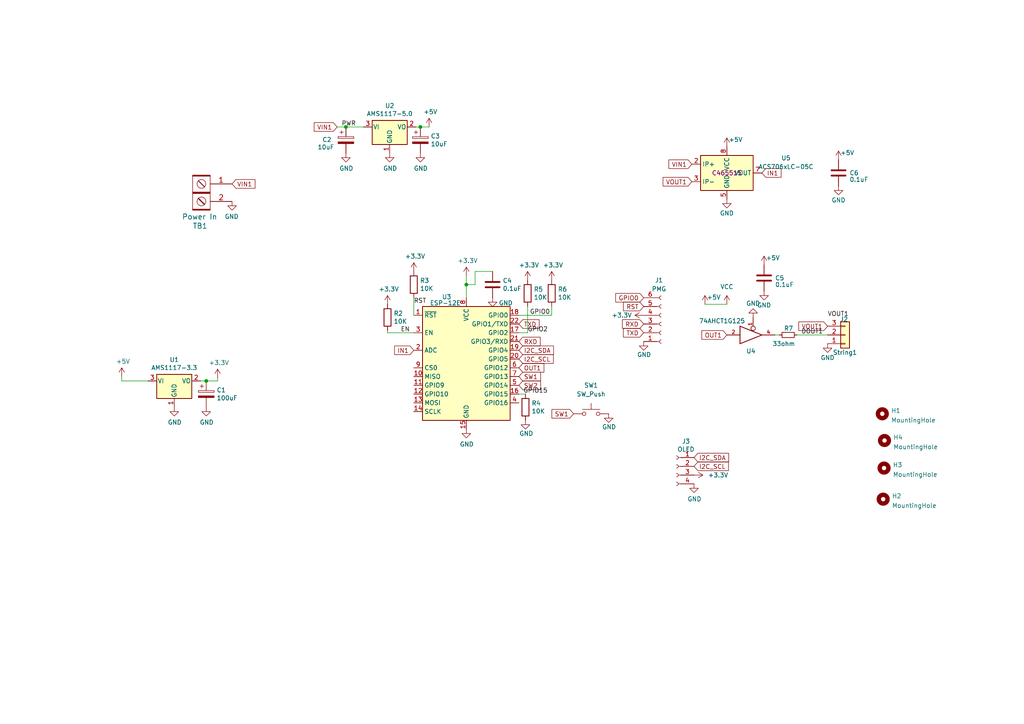
<source format=kicad_sch>
(kicad_sch (version 20211123) (generator eeschema)
  (paper "A4")
  (title_block (title "Adv Pixel Tester") (date "2022-12-09") (rev "v1"))
  (lib_symbols
    (symbol "74xGxx:74AHCT1G125" (pin_names (offset 1.016))
      (property "Reference" "U" (at -2.54 3.81 0))
      (property "Value" "74AHCT1G125" (at 0 -3.81 0))
      (symbol "74AHCT1G125_0_1"
        (polyline (pts (xy -3.81 2.54) (xy -3.81 -2.54) (xy 2.54 0) (xy -3.81 2.54)) (stroke (width 0.254)))
      )
      (symbol "74AHCT1G125_1_1"
        (pin input inverted (at 0 5.08 270) (length 3.81) (name "~") (number "1"))
        (pin input line (at -7.62 0 0) (length 3.81) (name "~") (number "2"))
        (pin power_in line (at 1.27 -1.27 270) (length 0) hide (name "GND") (number "3"))
        (pin tri_state line (at 6.35 0 180) (length 3.81) (name "~") (number "4"))
        (pin power_in line (at 1.27 1.27 90) (length 0) hide (name "VCC") (number "5"))
      )
    )
    (symbol "Barrier_Blocks:BARRIER_BLOCK_1ROW_2POS" (pin_names (offset 1.016) hide)
      (property "Reference" "TB" (at 0.127 -6.731 0))
      (property "Value" "Barrier_Blocks_BARRIER_BLOCK_1ROW_2POS" (at 0.254 6.35 0))
      (symbol "BARRIER_BLOCK_1ROW_2POS_0_1"
        (rectangle (start -2.54 5.08) (end 2.54 -5.08))
        (circle (center 0 -2.54) (radius 1.27))
        (polyline (pts (xy -2.54 -4.699) (xy -2.54 -5.08) (xy 2.54 -5.08) (xy 2.54 -4.699)) (fill (type outline)))
        (polyline (pts (xy -2.54 0.254) (xy -2.54 -0.254) (xy 2.54 -0.254) (xy 2.54 0.254)) (fill (type outline)))
        (polyline (pts (xy -2.54 4.699) (xy -2.54 5.08) (xy 2.54 5.08) (xy 2.54 4.699)) (fill (type outline)))
        (polyline (pts (xy -0.8382 -3.5052) (xy -0.9652 -3.3782) (xy 0.8128 -1.6002) (xy 0.9652 -1.7018) (xy -0.8382 -3.5052)) (fill (type outline)))
        (polyline (pts (xy -0.8382 1.5748) (xy -0.9652 1.6764) (xy -0.0508 2.5908) (xy 0.8382 3.4798) (xy 0.9652 3.3528) (xy 0.9652 3.3528)) (fill (type outline)))
        (circle (center 0 2.54) (radius 1.27))
      )
      (symbol "BARRIER_BLOCK_1ROW_2POS_1_1"
        (pin passive line (at -8.89 2.54 0) (length 6.35) (name "P1") (number "1"))
        (pin passive line (at -8.89 -2.54 0) (length 6.35) (name "P2") (number "2"))
      )
    )
    (symbol "Connector:Conn_01x04_Female" (pin_names (offset 1.016) hide)
      (property "Reference" "J" (at 0 5.08 0))
      (property "Value" "Conn_01x04_Female" (at 0 -7.62 0))
      (symbol "Conn_01x04_Female_1_1"
        (arc (start 0 -4.572) (mid -0.508 -5.08) (end 0 -5.588) (stroke (width 0.1524)))
        (arc (start 0 -2.032) (mid -0.508 -2.54) (end 0 -3.048) (stroke (width 0.1524)))
        (polyline (pts (xy -1.27 -5.08) (xy -0.508 -5.08)) (stroke (width 0.1524)))
        (polyline (pts (xy -1.27 -2.54) (xy -0.508 -2.54)) (stroke (width 0.1524)))
        (polyline (pts (xy -1.27 0) (xy -0.508 0)) (stroke (width 0.1524)))
        (polyline (pts (xy -1.27 2.54) (xy -0.508 2.54)) (stroke (width 0.1524)))
        (arc (start 0 0.508) (mid -0.508 0) (end 0 -0.508) (stroke (width 0.1524)))
        (arc (start 0 3.048) (mid -0.508 2.54) (end 0 2.032) (stroke (width 0.1524)))
        (pin passive line (at -5.08 2.54 0) (length 3.81) (name "Pin_1") (number "1"))
        (pin passive line (at -5.08 0 0) (length 3.81) (name "Pin_2") (number "2"))
        (pin passive line (at -5.08 -2.54 0) (length 3.81) (name "Pin_3") (number "3"))
        (pin passive line (at -5.08 -5.08 0) (length 3.81) (name "Pin_4") (number "4"))
      )
    )
    (symbol "Connector:Conn_01x06_Female" (pin_names (offset 1.016) hide)
      (property "Reference" "J" (at 0 7.62 0))
      (property "Value" "Conn_01x06_Female" (at 0 -10.16 0))
      (symbol "Conn_01x06_Female_1_1"
        (arc (start 0 -7.112) (mid -0.508 -7.62) (end 0 -8.128) (stroke (width 0.1524)))
        (arc (start 0 -4.572) (mid -0.508 -5.08) (end 0 -5.588) (stroke (width 0.1524)))
        (arc (start 0 -2.032) (mid -0.508 -2.54) (end 0 -3.048) (stroke (width 0.1524)))
        (polyline (pts (xy -1.27 -7.62) (xy -0.508 -7.62)) (stroke (width 0.1524)))
        (polyline (pts (xy -1.27 -5.08) (xy -0.508 -5.08)) (stroke (width 0.1524)))
        (polyline (pts (xy -1.27 -2.54) (xy -0.508 -2.54)) (stroke (width 0.1524)))
        (polyline (pts (xy -1.27 0) (xy -0.508 0)) (stroke (width 0.1524)))
        (polyline (pts (xy -1.27 2.54) (xy -0.508 2.54)) (stroke (width 0.1524)))
        (polyline (pts (xy -1.27 5.08) (xy -0.508 5.08)) (stroke (width 0.1524)))
        (arc (start 0 0.508) (mid -0.508 0) (end 0 -0.508) (stroke (width 0.1524)))
        (arc (start 0 3.048) (mid -0.508 2.54) (end 0 2.032) (stroke (width 0.1524)))
        (arc (start 0 5.588) (mid -0.508 5.08) (end 0 4.572) (stroke (width 0.1524)))
        (pin passive line (at -5.08 5.08 0) (length 3.81) (name "Pin_1") (number "1"))
        (pin passive line (at -5.08 2.54 0) (length 3.81) (name "Pin_2") (number "2"))
        (pin passive line (at -5.08 0 0) (length 3.81) (name "Pin_3") (number "3"))
        (pin passive line (at -5.08 -2.54 0) (length 3.81) (name "Pin_4") (number "4"))
        (pin passive line (at -5.08 -5.08 0) (length 3.81) (name "Pin_5") (number "5"))
        (pin passive line (at -5.08 -7.62 0) (length 3.81) (name "Pin_6") (number "6"))
      )
    )
    (symbol "Connector_Generic:Conn_01x03" (pin_names (offset 1.016) hide)
      (property "Reference" "J" (at 0 5.08 0))
      (property "Value" "Conn_01x03" (at 0 -5.08 0))
      (symbol "Conn_01x03_1_1"
        (rectangle (start -1.27 -2.413) (end 0 -2.667) (stroke (width 0.1524)))
        (rectangle (start -1.27 0.127) (end 0 -0.127) (stroke (width 0.1524)))
        (rectangle (start -1.27 2.667) (end 0 2.413) (stroke (width 0.1524)))
        (rectangle (start -1.27 3.81) (end 1.27 -3.81) (stroke (width 0.254)) (fill (type background)))
        (pin passive line (at -5.08 2.54 0) (length 3.81) (name "Pin_1") (number "1"))
        (pin passive line (at -5.08 0 0) (length 3.81) (name "Pin_2") (number "2"))
        (pin passive line (at -5.08 -2.54 0) (length 3.81) (name "Pin_3") (number "3"))
      )
    )
    (symbol "Device:C" (pin_numbers hide) (pin_names (offset 0.254))
      (property "Reference" "C" (at 0.635 2.54 0))
      (property "Value" "C" (at 0.635 -2.54 0))
      (symbol "C_0_1"
        (polyline (pts (xy -2.032 -0.762) (xy 2.032 -0.762)) (stroke (width 0.508)))
        (polyline (pts (xy -2.032 0.762) (xy 2.032 0.762)) (stroke (width 0.508)))
      )
      (symbol "C_1_1"
        (pin passive line (at 0 3.81 270) (length 2.794) (name "~") (number "1"))
        (pin passive line (at 0 -3.81 90) (length 2.794) (name "~") (number "2"))
      )
    )
    (symbol "Device:CP" (pin_numbers hide) (pin_names (offset 0.254))
      (property "Reference" "C" (at 0.635 2.54 0))
      (property "Value" "Device_CP" (at 0.635 -2.54 0))
      (symbol "CP_0_1"
        (rectangle (start -2.286 0.508) (end 2.286 1.016))
        (polyline (pts (xy -1.778 2.286) (xy -0.762 2.286)))
        (polyline (pts (xy -1.27 2.794) (xy -1.27 1.778)))
        (rectangle (start 2.286 -0.508) (end -2.286 -1.016) (fill (type outline)))
      )
      (symbol "CP_1_1"
        (pin passive line (at 0 3.81 270) (length 2.794) (name "~") (number "1"))
        (pin passive line (at 0 -3.81 90) (length 2.794) (name "~") (number "2"))
      )
    )
    (symbol "Device:C_Polarized" (pin_numbers hide) (pin_names (offset 0.254))
      (property "Reference" "C" (at 0.635 2.54 0))
      (property "Value" "C_Polarized" (at 0.635 -2.54 0))
      (symbol "C_Polarized_0_1"
        (rectangle (start -2.286 0.508) (end 2.286 1.016))
        (polyline (pts (xy -1.778 2.286) (xy -0.762 2.286)))
        (polyline (pts (xy -1.27 2.794) (xy -1.27 1.778)))
        (rectangle (start 2.286 -0.508) (end -2.286 -1.016) (fill (type outline)))
      )
      (symbol "C_Polarized_1_1"
        (pin passive line (at 0 3.81 270) (length 2.794) (name "~") (number "1"))
        (pin passive line (at 0 -3.81 90) (length 2.794) (name "~") (number "2"))
      )
    )
    (symbol "Device:R" (pin_numbers hide) (pin_names (offset 0))
      (property "Reference" "R" (at 2.032 0 90))
      (property "Value" "R" (at 0 0 90))
      (symbol "R_0_1"
        (rectangle (start -1.016 -2.54) (end 1.016 2.54) (stroke (width 0.254)))
      )
      (symbol "R_1_1"
        (pin passive line (at 0 3.81 270) (length 1.27) (name "~") (number "1"))
        (pin passive line (at 0 -3.81 90) (length 1.27) (name "~") (number "2"))
      )
    )
    (symbol "Device:R_Small" (pin_numbers hide) (pin_names (offset 0.254) hide)
      (property "Reference" "R" (at 0.762 0.508 0))
      (property "Value" "R_Small" (at 0.762 -1.016 0))
      (symbol "R_Small_0_1"
        (rectangle (start -0.762 1.778) (end 0.762 -1.778) (stroke (width 0.2032)))
      )
      (symbol "R_Small_1_1"
        (pin passive line (at 0 2.54 270) (length 0.762) (name "~") (number "1"))
        (pin passive line (at 0 -2.54 90) (length 0.762) (name "~") (number "2"))
      )
    )
    (symbol "Mechanical:MountingHole" (pin_names (offset 1.016))
      (property "Reference" "H" (at 0 5.08 0))
      (property "Value" "MountingHole" (at 0 3.175 0))
      (symbol "MountingHole_0_1"
        (circle (center 0 0) (radius 1.27) (stroke (width 1.27)))
      )
    )
    (symbol "RF_Module:ESP-12E"
      (property "Reference" "U" (at -12.7 19.05 0))
      (property "Value" "ESP-12E" (at 12.7 19.05 0))
      (symbol "ESP-12E_0_1"
        (rectangle (start -12.7 17.78) (end 12.7 -15.24) (stroke (width 0.254)) (fill (type background)))
      )
      (symbol "ESP-12E_1_1"
        (pin input line (at -15.24 15.24 0) (length 2.54) (name "~{RST}") (number "1"))
        (pin bidirectional line (at -15.24 -2.54 0) (length 2.54) (name "MISO") (number "10"))
        (pin bidirectional line (at -15.24 -5.08 0) (length 2.54) (name "GPIO9") (number "11"))
        (pin bidirectional line (at -15.24 -7.62 0) (length 2.54) (name "GPIO10") (number "12"))
        (pin bidirectional line (at -15.24 -10.16 0) (length 2.54) (name "MOSI") (number "13"))
        (pin bidirectional line (at -15.24 -12.7 0) (length 2.54) (name "SCLK") (number "14"))
        (pin power_in line (at 0 -17.78 90) (length 2.54) (name "GND") (number "15"))
        (pin bidirectional line (at 15.24 -7.62 180) (length 2.54) (name "GPIO15") (number "16"))
        (pin bidirectional line (at 15.24 10.16 180) (length 2.54) (name "GPIO2") (number "17"))
        (pin bidirectional line (at 15.24 15.24 180) (length 2.54) (name "GPIO0") (number "18"))
        (pin bidirectional line (at 15.24 5.08 180) (length 2.54) (name "GPIO4") (number "19"))
        (pin input line (at -15.24 5.08 0) (length 2.54) (name "ADC") (number "2"))
        (pin bidirectional line (at 15.24 2.54 180) (length 2.54) (name "GPIO5") (number "20"))
        (pin bidirectional line (at 15.24 7.62 180) (length 2.54) (name "GPIO3/RXD") (number "21"))
        (pin bidirectional line (at 15.24 12.7 180) (length 2.54) (name "GPIO1/TXD") (number "22"))
        (pin input line (at -15.24 10.16 0) (length 2.54) (name "EN") (number "3"))
        (pin bidirectional line (at 15.24 -10.16 180) (length 2.54) (name "GPIO16") (number "4"))
        (pin bidirectional line (at 15.24 -5.08 180) (length 2.54) (name "GPIO14") (number "5"))
        (pin bidirectional line (at 15.24 0 180) (length 2.54) (name "GPIO12") (number "6"))
        (pin bidirectional line (at 15.24 -2.54 180) (length 2.54) (name "GPIO13") (number "7"))
        (pin power_in line (at 0 20.32 270) (length 2.54) (name "VCC") (number "8"))
        (pin input line (at -15.24 0 0) (length 2.54) (name "CS0") (number "9"))
      )
    )
    (symbol "Regulator_Linear:AMS1117-3.3" (pin_names (offset 0.254))
      (property "Reference" "U" (at -3.81 3.175 0))
      (property "Value" "AMS1117-3.3" (at 0 3.175 0))
      (symbol "AMS1117-3.3_0_1"
        (rectangle (start -5.08 -5.08) (end 5.08 1.905) (stroke (width 0.254)) (fill (type background)))
      )
      (symbol "AMS1117-3.3_1_1"
        (pin power_in line (at 0 -7.62 90) (length 2.54) (name "GND") (number "1"))
        (pin power_out line (at 7.62 0 180) (length 2.54) (name "VO") (number "2"))
        (pin power_in line (at -7.62 0 0) (length 2.54) (name "VI") (number "3"))
      )
    )
    (symbol "Regulator_Linear:AMS1117-5.0" (pin_names (offset 0.254))
      (property "Reference" "U" (at -3.81 3.175 0))
      (property "Value" "AMS1117-5.0" (at 0 3.175 0))
      (symbol "AMS1117-5.0_0_1"
        (rectangle (start -5.08 -5.08) (end 5.08 1.905) (stroke (width 0.254)) (fill (type background)))
      )
      (symbol "AMS1117-5.0_1_1"
        (pin power_in line (at 0 -7.62 90) (length 2.54) (name "GND") (number "1"))
        (pin power_out line (at 7.62 0 180) (length 2.54) (name "VO") (number "2"))
        (pin power_in line (at -7.62 0 0) (length 2.54) (name "VI") (number "3"))
      )
    )
    (symbol "Sensor_Current:ACS706xLC-05C"
      (property "Reference" "U" (at -7.62 6.35 0))
      (property "Value" "ACS706xLC-05C" (at 1.27 6.35 0))
      (symbol "ACS706xLC-05C_0_1"
        (rectangle (start -7.62 5.08) (end 7.62 -5.08) (stroke (width 0.254)) (fill (type background)))
      )
      (symbol "ACS706xLC-05C_1_1"
        (pin passive line (at -10.16 2.54 0) (length 2.54) hide (name "IP+") (number "1"))
        (pin passive line (at -10.16 2.54 0) (length 2.54) (name "IP+") (number "2"))
        (pin passive line (at -10.16 -2.54 0) (length 2.54) (name "IP-") (number "3"))
        (pin passive line (at -10.16 -2.54 0) (length 2.54) hide (name "IP-") (number "4"))
        (pin power_in line (at 0 -7.62 90) (length 2.54) (name "GND") (number "5"))
        (pin no_connect line (at 7.62 -2.54 180) (length 2.54) hide (name "NC") (number "6"))
        (pin output line (at 10.16 0 180) (length 2.54) (name "VOUT") (number "7"))
        (pin power_in line (at 0 7.62 270) (length 2.54) (name "VCC") (number "8"))
      )
    )
    (symbol "Switch:SW_Push" (pin_numbers hide) (pin_names (offset 1.016) hide)
      (property "Reference" "SW" (at 1.27 2.54 0))
      (property "Value" "SW_Push" (at 0 -1.524 0))
      (symbol "SW_Push_0_1"
        (circle (center -2.032 0) (radius 0.508))
        (polyline (pts (xy 0 1.27) (xy 0 3.048)))
        (polyline (pts (xy 2.54 1.27) (xy -2.54 1.27)))
        (circle (center 2.032 0) (radius 0.508))
        (pin passive line (at -5.08 0 0) (length 2.54) (name "1") (number "1"))
        (pin passive line (at 5.08 0 180) (length 2.54) (name "2") (number "2"))
      )
    )
    (symbol "power:+3.3V" (power) (pin_names (offset 0))
      (property "Value" "+3.3V" (at 0 3.556 0))
      (symbol "+3.3V_0_1"
        (polyline (pts (xy -0.762 1.27) (xy 0 2.54)))
        (polyline (pts (xy 0 0) (xy 0 2.54)))
        (polyline (pts (xy 0 2.54) (xy 0.762 1.27)))
      )
      (symbol "+3.3V_1_1"
        (pin power_in line (at 0 0 90) (length 0) hide (name "+3.3V") (number "1"))
      )
    )
    (symbol "power:+5V" (power) (pin_names (offset 0))
      (property "Value" "+5V" (at 0 3.556 0))
      (symbol "+5V_0_1"
        (polyline (pts (xy -0.762 1.27) (xy 0 2.54)))
        (polyline (pts (xy 0 0) (xy 0 2.54)))
        (polyline (pts (xy 0 2.54) (xy 0.762 1.27)))
      )
      (symbol "+5V_1_1"
        (pin power_in line (at 0 0 90) (length 0) hide (name "+5V") (number "1"))
      )
    )
    (symbol "power:GND" (power) (pin_names (offset 0))
      (property "Value" "GND" (at 0 -3.81 0))
      (symbol "GND_0_1"
        (polyline (pts (xy 0 0) (xy 0 -1.27) (xy 1.27 -1.27) (xy 0 -2.54) (xy -1.27 -1.27) (xy 0 -1.27)))
      )
      (symbol "GND_1_1"
        (pin power_in line (at 0 0 270) (length 0) hide (name "GND") (number "1"))
      )
    )
    (symbol "power:VCC" (power) (pin_names (offset 0))
      (property "Value" "VCC" (at 0 3.81 0))
      (symbol "VCC_0_1"
        (polyline (pts (xy -0.762 1.27) (xy 0 2.54)))
        (polyline (pts (xy 0 0) (xy 0 2.54)))
        (polyline (pts (xy 0 2.54) (xy 0.762 1.27)))
      )
      (symbol "VCC_1_1"
        (pin power_in line (at 0 0 90) (length 0) hide (name "VCC") (number "1"))
      )
    )
  )
  (junction (at 135.255 82.55))
  (junction (at 100.33 36.83))
  (junction (at 121.92 36.83))
  (junction (at 59.817 110.49))
  (wire (pts (xy 224.79 97.155) (xy 226.06 97.155)))
  (wire (pts (xy 112.395 95.885) (xy 112.395 96.52)))
  (wire (pts (xy 105.41 36.83) (xy 100.33 36.83)))
  (wire (pts (xy 100.33 36.83) (xy 97.79 36.83)))
  (wire (pts (xy 135.255 80.01) (xy 135.255 82.55)))
  (wire (pts (xy 160.02 91.44) (xy 160.02 88.9)))
  (wire (pts (xy 121.92 36.83) (xy 124.46 36.83)))
  (wire (pts (xy 58.166 110.49) (xy 59.817 110.49)))
  (wire (pts (xy 120.65 36.83) (xy 121.92 36.83)))
  (wire (pts (xy 112.395 96.52) (xy 120.015 96.52)))
  (wire (pts (xy 63.119 109.601) (xy 63.119 110.49)))
  (wire (pts (xy 150.495 96.52) (xy 153.035 96.52)))
  (wire (pts (xy 63.119 110.49) (xy 59.817 110.49)))
  (wire (pts (xy 137.795 78.74) (xy 137.795 82.55)))
  (wire (pts (xy 150.495 114.3) (xy 152.4 114.3)))
  (wire (pts (xy 120.015 86.36) (xy 120.015 91.44)))
  (wire (pts (xy 135.255 82.55) (xy 135.255 86.36)))
  (wire (pts (xy 35.306 110.49) (xy 42.926 110.49)))
  (wire (pts (xy 231.14 97.155) (xy 240.03 97.155)))
  (wire (pts (xy 137.795 82.55) (xy 135.255 82.55)))
  (wire (pts (xy 153.035 96.52) (xy 153.035 88.9)))
  (wire (pts (xy 204.47 88.265) (xy 210.82 88.265)))
  (wire (pts (xy 150.495 91.44) (xy 160.02 91.44)))
  (wire (pts (xy 35.306 109.22) (xy 35.306 110.49)))
  (wire (pts (xy 142.875 78.74) (xy 137.795 78.74)))
  (label "VOUT1" (at 240.03 92.075 0))
  (label "PWR" (at 99.06 36.83 0))
  (label "GPIO0" (at 153.67 91.44 0))
  (label "RST" (at 120.015 88.265 0))
  (label "DOUT1" (at 232.41 97.155 0))
  (label "GPIO15" (at 151.765 114.3 0))
  (label "EN" (at 116.205 96.52 0))
  (label "GPIO2" (at 153.035 96.52 0))
  (global_label "RST" (shape input) (at 186.69 88.9 180) (property "Intersheet References" "${INTERSHEET_REFS}" (effects hide)))
  (global_label "RXD" (shape input) (at 186.69 93.98 180) (property "Intersheet References" "${INTERSHEET_REFS}" (effects hide)))
  (global_label "TXD" (shape input) (at 150.495 93.98 0) (property "Intersheet References" "${INTERSHEET_REFS}" (effects hide)))
  (global_label "I2C_SDA" (shape input) (at 150.495 101.6 0) (property "Intersheet References" "${INTERSHEET_REFS}" (effects hide)))
  (global_label "I2C_SCL" (shape input) (at 150.495 104.14 0) (property "Intersheet References" "${INTERSHEET_REFS}" (effects hide)))
  (global_label "RXD" (shape input) (at 150.495 99.06 0) (property "Intersheet References" "${INTERSHEET_REFS}" (effects hide)))
  (global_label "IN1" (shape input) (at 120.015 101.6 180) (property "Intersheet References" "${INTERSHEET_REFS}" (effects hide)))
  (global_label "VIN1" (shape input) (at 67.31 53.34 0) (property "Intersheet References" "${INTERSHEET_REFS}" (effects hide)))
  (global_label "SW2" (shape input) (at 150.495 111.76 0) (property "Intersheet References" "${INTERSHEET_REFS}" (effects hide)))
  (global_label "I2C_SCL" (shape input) (at 201.295 135.255 0) (property "Intersheet References" "${INTERSHEET_REFS}" (effects hide)))
  (global_label "IN1" (shape input) (at 220.98 50.165 0) (property "Intersheet References" "${INTERSHEET_REFS}" (effects hide)))
  (global_label "VIN1" (shape input) (at 97.79 36.83 180) (property "Intersheet References" "${INTERSHEET_REFS}" (effects hide)))
  (global_label "I2C_SDA" (shape input) (at 201.295 132.715 0) (property "Intersheet References" "${INTERSHEET_REFS}" (effects hide)))
  (global_label "OUT1" (shape input) (at 210.82 97.155 180) (property "Intersheet References" "${INTERSHEET_REFS}" (effects hide)))
  (global_label "VOUT1" (shape input) (at 240.03 94.615 180) (property "Intersheet References" "${INTERSHEET_REFS}" (effects hide)))
  (global_label "OUT1" (shape input) (at 150.495 106.68 0) (property "Intersheet References" "${INTERSHEET_REFS}" (effects hide)))
  (global_label "TXD" (shape input) (at 186.69 96.52 180) (property "Intersheet References" "${INTERSHEET_REFS}" (effects hide)))
  (global_label "VIN1" (shape input) (at 200.66 47.625 180) (property "Intersheet References" "${INTERSHEET_REFS}" (effects hide)))
  (global_label "SW1" (shape input) (at 166.37 120.015 180) (property "Intersheet References" "${INTERSHEET_REFS}" (effects hide)))
  (global_label "GPIO0" (shape input) (at 186.69 86.36 180) (property "Intersheet References" "${INTERSHEET_REFS}" (effects hide)))
  (global_label "SW1" (shape input) (at 150.495 109.22 0) (property "Intersheet References" "${INTERSHEET_REFS}" (effects hide)))
  (global_label "VOUT1" (shape input) (at 200.66 52.705 180) (property "Intersheet References" "${INTERSHEET_REFS}" (effects hide)))
  (symbol (lib_id "Device:R") (at 160.02 85.09 0) (unit 1)
    (property "Reference" "R6" (at 161.798 83.9216 0) (effects (justify left)))
    (property "Value" "10K" (at 161.798 86.233 0) (effects (justify left)))
    (property "Footprint" "Resistor_SMD:R_0603_1608Metric_Pad0.98x0.95mm_HandSolder" (effects hide))
  )
  (symbol (lib_id "Device:R") (at 153.035 85.09 0) (unit 1)
    (property "Reference" "R5" (at 154.813 83.9216 0) (effects (justify left)))
    (property "Value" "10K" (at 154.813 86.233 0) (effects (justify left)))
    (property "Footprint" "Resistor_SMD:R_0603_1608Metric_Pad0.98x0.95mm_HandSolder" (effects hide))
  )
  (symbol (lib_id "Mechanical:MountingHole") (at 256.54 127.762 0) (unit 1)
    (property "Reference" "H4" (at 259.08 126.8535 0) (effects (justify left)))
    (property "Value" "MountingHole" (at 259.08 129.6286 0) (effects (justify left)))
    (property "Footprint" "MountingHole:MountingHole_2.7mm_M2.5" (effects hide))
  )
  (symbol (lib_id "Device:C") (at 142.875 82.55 0) (unit 1)
    (property "Reference" "C4" (at 145.796 81.3816 0) (effects (justify left)))
    (property "Value" "0.1uF" (at 145.796 83.693 0) (effects (justify left)))
    (property "Footprint" "Capacitor_SMD:C_0603_1608Metric_Pad1.08x0.95mm_HandSolder" (effects hide))
  )
  (symbol (lib_id "Regulator_Linear:AMS1117-3.3") (at 50.546 110.49 0) (unit 1)
    (property "Reference" "U1" (at 50.546 104.3432 0))
    (property "Value" "AMS1117-3.3" (at 50.546 106.6546 0))
    (property "Footprint" "Package_TO_SOT_SMD:SOT-223-3_TabPin2" (effects hide))
    (property "Datasheet" "http://www.advanced-monolithic.com/pdf/ds1117.pdf" (effects hide))
  )
  (symbol (lib_id "Barrier_Blocks:BARRIER_BLOCK_1ROW_2POS") (at 58.42 55.88 0) (mirror y) (unit 1)
    (property "Reference" "TB1" (at 58.039 65.532 0) (effects (font (size 1.524 1.524))))
    (property "Value" "Power In" (at 57.912 62.865 0) (effects (font (size 1.524 1.524))))
    (property "Footprint" "Connector_Phoenix_MC:PhoenixContact_MCV_1,5_2-G-3.81_1x02_P3.81mm_Vertical" (effects hide))
    (property "Digi-Key_PN" "A98472-ND" (effects hide))
    (property "MPN" "4DB-P108-02" (effects hide))
  )
  (symbol (lib_id "power:GND") (at 243.205 53.975 0) (unit 1)
    (property "Reference" "#PWR0103" (effects hide))
    (property "Value" "GND" (at 243.205 58.039 0))
  )
  (symbol (lib_id "Mechanical:MountingHole") (at 255.905 120.015 0) (unit 1)
    (property "Reference" "H1" (at 258.445 119.1065 0) (effects (justify left)))
    (property "Value" "MountingHole" (at 258.445 121.8816 0) (effects (justify left)))
    (property "Footprint" "MountingHole:MountingHole_2.7mm_M2.5" (effects hide))
  )
  (symbol (lib_id "Device:R") (at 112.395 92.075 0) (unit 1)
    (property "Reference" "R2" (at 114.173 90.9066 0) (effects (justify left)))
    (property "Value" "10K" (at 114.173 93.218 0) (effects (justify left)))
    (property "Footprint" "Resistor_SMD:R_0603_1608Metric_Pad0.98x0.95mm_HandSolder" (effects hide))
  )
  (symbol (lib_id "Device:R") (at 120.015 82.55 0) (unit 1)
    (property "Reference" "R3" (at 121.793 81.3816 0) (effects (justify left)))
    (property "Value" "10K" (at 121.793 83.693 0) (effects (justify left)))
    (property "Footprint" "Resistor_SMD:R_0603_1608Metric_Pad0.98x0.95mm_HandSolder" (effects hide))
  )
  (symbol (lib_id "RF_Module:ESP-12E") (at 135.255 106.68 0) (unit 1)
    (property "Reference" "U3" (at 129.54 86.106 0))
    (property "Value" "ESP-12E" (at 129.159 87.884 0))
    (property "Footprint" "RF_Module:ESP-12E" (effects hide))
    (property "Datasheet" "http://wiki.ai-thinker.com/_media/esp8266/esp8266_series_modules_user_manual_v1.1.pdf" (effects hide))
  )
  (symbol (lib_id "power:+3.3V") (at 135.255 80.01 0) (unit 1)
    (property "Reference" "#PWR013" (effects hide))
    (property "Value" "+3.3V" (at 135.636 75.6158 0))
  )
  (symbol (lib_id "74xGxx:74AHCT1G125") (at 218.44 97.155 0) (unit 1)
    (property "Reference" "U4" (at 217.805 101.8445 0))
    (property "Value" "74AHCT1G125" (at 209.423 93.091 0))
    (property "Footprint" "Package_SO:TSOP-5_1.65x3.05mm_P0.95mm" (effects hide))
    (property "Datasheet" "http://www.ti.com/lit/sg/scyt129e/scyt129e.pdf" (effects hide))
    (property "Digi-Key_PN" "74AHCT1G125W5-7DICT-ND" (effects hide))
    (property "LCSC_PN" "C7484" (effects hide))
    (property "MPN" "74AHCT1G125W5-7" (effects hide))
    (property "LCSC" "C7484" (effects hide))
  )
  (symbol (lib_id "power:GND") (at 67.31 58.42 0) (mirror y) (unit 1)
    (property "Reference" "#PWR05" (effects hide))
    (property "Value" "GND" (at 67.183 62.8142 0))
  )
  (symbol (lib_id "power:+3.3V") (at 201.295 137.795 270) (unit 1)
    (property "Reference" "#PWR0107" (effects hide))
    (property "Value" "+3.3V" (at 208.28 137.795 90))
  )
  (symbol (lib_id "Mechanical:MountingHole") (at 256.413 135.763 0) (unit 1)
    (property "Reference" "H3" (at 258.953 134.8545 0) (effects (justify left)))
    (property "Value" "MountingHole" (at 258.953 137.6296 0) (effects (justify left)))
    (property "Footprint" "MountingHole:MountingHole_2.7mm_M2.5" (effects hide))
  )
  (symbol (lib_id "Device:C_Polarized") (at 59.817 114.3 0) (unit 1)
    (property "Reference" "C1" (at 62.8142 113.1316 0) (effects (justify left)))
    (property "Value" "100uF" (at 62.8142 115.443 0) (effects (justify left)))
    (property "Footprint" "Capacitor_SMD:C_0805_2012Metric_Pad1.18x1.45mm_HandSolder" (effects hide))
  )
  (symbol (lib_id "power:+3.3V") (at 186.69 91.44 90) (unit 1)
    (property "Reference" "#PWR020" (effects hide))
    (property "Value" "+3.3V" (at 180.34 91.44 90))
  )
  (symbol (lib_id "power:+5V") (at 35.306 109.22 0) (unit 1)
    (property "Reference" "#PWR01" (effects hide))
    (property "Value" "+5V" (at 35.687 104.8258 0))
  )
  (symbol (lib_id "power:GND") (at 186.69 99.06 0) (unit 1)
    (property "Reference" "#PWR021" (effects hide))
    (property "Value" "GND" (at 186.817 102.87 0))
  )
  (symbol (lib_id "power:GND") (at 218.44 92.075 180) (unit 1)
    (property "Reference" "#PWR024" (effects hide))
    (property "Value" "GND" (at 218.44 88.011 0))
  )
  (symbol (lib_id "power:+5V") (at 210.82 42.545 0) (unit 1)
    (property "Reference" "#PWR0101" (effects hide))
    (property "Value" "+5V" (at 213.36 40.513 0))
  )
  (symbol (lib_id "Device:C") (at 221.615 80.645 0) (unit 1)
    (property "Reference" "C5" (at 224.79 80.645 0) (effects (justify left)))
    (property "Value" "0.1uF" (at 224.79 82.55 0) (effects (justify left)))
    (property "Footprint" "Capacitor_SMD:C_0603_1608Metric_Pad1.08x0.95mm_HandSolder" (effects hide))
    (property "LCSC" "C14663" (effects hide))
    (property "LCSC_PN" "C14663" (effects hide))
  )
  (symbol (lib_id "power:+5V") (at 221.615 76.835 0) (unit 1)
    (property "Reference" "#PWR025" (effects hide))
    (property "Value" "+5V" (at 224.155 74.803 0))
  )
  (symbol (lib_id "power:GND") (at 152.4 121.92 0) (unit 1)
    (property "Reference" "#PWR016" (effects hide))
    (property "Value" "GND" (at 152.654 125.73 0))
  )
  (symbol (lib_id "Connector:Conn_01x06_Female") (at 191.77 93.98 0) (mirror x) (unit 1)
    (property "Reference" "J1" (at 191.135 81.28 0))
    (property "Value" "PMG" (at 191.135 83.82 0))
    (property "Footprint" "Connector_PinHeader_2.54mm:PinHeader_1x06_P2.54mm_Vertical" (effects hide))
  )
  (symbol (lib_id "power:GND") (at 240.03 99.695 0) (unit 1)
    (property "Reference" "#PWR029" (effects hide))
    (property "Value" "GND" (at 240.03 103.759 0))
  )
  (symbol (lib_id "power:GND") (at 221.615 84.455 0) (unit 1)
    (property "Reference" "#PWR026" (effects hide))
    (property "Value" "GND" (at 221.615 88.519 0))
  )
  (symbol (lib_id "power:+3.3V") (at 160.02 81.28 0) (unit 1)
    (property "Reference" "#PWR018" (effects hide))
    (property "Value" "+3.3V" (at 160.401 76.8858 0))
  )
  (symbol (lib_id "power:GND") (at 176.53 120.015 0) (unit 1)
    (property "Reference" "#PWR0105" (effects hide))
    (property "Value" "GND" (at 176.657 123.825 0))
  )
  (symbol (lib_id "Device:CP") (at 100.33 40.64 0) (unit 1)
    (property "Reference" "C2" (at 93.472 40.513 0) (effects (justify left)))
    (property "Value" "10uF" (at 92.075 42.672 0) (effects (justify left)))
    (property "Footprint" "Capacitor_SMD:C_0805_2012Metric_Pad1.18x1.45mm_HandSolder" (effects hide))
    (property "Digi-Key_PN" "490-5523-1-ND" (effects hide))
    (property "MPN" "GRM21BR61E106KA73L" (effects hide))
    (property "LCSC_PN" "C15850" (effects hide))
    (property "LCSC" "C15850" (effects hide))
  )
  (symbol (lib_id "power:+5V") (at 243.205 46.355 0) (unit 1)
    (property "Reference" "#PWR0102" (effects hide))
    (property "Value" "+5V" (at 245.745 44.323 0))
  )
  (symbol (lib_id "power:GND") (at 100.33 44.45 0) (unit 1)
    (property "Reference" "#PWR07" (effects hide))
    (property "Value" "GND" (at 100.457 48.8442 0))
  )
  (symbol (lib_id "Device:R") (at 152.4 118.11 0) (unit 1)
    (property "Reference" "R4" (at 154.178 116.9416 0) (effects (justify left)))
    (property "Value" "10K" (at 154.178 119.253 0) (effects (justify left)))
    (property "Footprint" "Resistor_SMD:R_0603_1608Metric_Pad0.98x0.95mm_HandSolder" (effects hide))
  )
  (symbol (lib_id "power:VCC") (at 210.82 88.265 0) (unit 1)
    (property "Reference" "#PWR023" (effects hide))
    (property "Value" "VCC" (at 210.82 83.185 0))
  )
  (symbol (lib_id "Switch:SW_Push") (at 171.45 120.015 0) (unit 1)
    (property "Reference" "SW1" (at 171.45 111.76 0))
    (property "Value" "SW_Push" (at 171.45 114.3 0))
    (property "Footprint" "Button_Switch_SMD:SW_Push_1P1T_NO_6x6mm_H9.5mm" (effects hide))
  )
  (symbol (lib_id "power:+3.3V") (at 120.015 78.74 0) (unit 1)
    (property "Reference" "#PWR010" (effects hide))
    (property "Value" "+3.3V" (at 120.396 74.3458 0))
  )
  (symbol (lib_id "Sensor_Current:ACS706xLC-05C") (at 210.82 50.165 0) (unit 1)
    (property "Reference" "U5" (at 227.965 45.8343 0))
    (property "Value" "ACS706xLC-05C" (at 227.965 48.3743 0))
    (property "Footprint" "Package_SO:SOIC-8_3.9x4.9mm_P1.27mm" (effects hide))
    (property "Datasheet" "http://www.allegromicro.com/~/media/Files/Datasheets/ACS706ELC-05C-Datasheet.ashx" (effects hide))
    (property "LCSC" "C465515" (at 210.82 50.165 0))
  )
  (symbol (lib_id "power:GND") (at 59.817 118.11 0) (unit 1)
    (property "Reference" "#PWR03" (effects hide))
    (property "Value" "GND" (at 59.944 122.5042 0))
  )
  (symbol (lib_id "Device:CP") (at 121.92 40.64 0) (unit 1)
    (property "Reference" "C3" (at 124.9172 39.4716 0) (effects (justify left)))
    (property "Value" "10uF" (at 124.9172 41.783 0) (effects (justify left)))
    (property "Footprint" "Capacitor_SMD:C_0805_2012Metric_Pad1.18x1.45mm_HandSolder" (effects hide))
    (property "Digi-Key_PN" "490-5523-1-ND" (effects hide))
    (property "MPN" "GRM21BR61E106KA73L" (effects hide))
    (property "LCSC_PN" "C15850" (effects hide))
    (property "LCSC" "C15850" (effects hide))
  )
  (symbol (lib_id "power:GND") (at 113.03 44.45 0) (unit 1)
    (property "Reference" "#PWR09" (effects hide))
    (property "Value" "GND" (at 113.157 48.8442 0))
  )
  (symbol (lib_id "power:GND") (at 121.92 44.45 0) (unit 1)
    (property "Reference" "#PWR011" (effects hide))
    (property "Value" "GND" (at 122.047 48.8442 0))
  )
  (symbol (lib_id "Connector:Conn_01x04_Female") (at 196.215 135.255 0) (mirror y) (unit 1)
    (property "Reference" "J3" (at 198.9582 128.016 0))
    (property "Value" "OLED" (at 198.9582 130.3274 0))
    (property "Footprint" "Scotts:OLED-SSD1306-128X64-I2C-THT_2HOLE" (effects hide))
    (property "Digi-Key_PN" "S7002-ND" (effects hide))
    (property "MPN" "PPTC041LFBN-RC" (effects hide))
    (property "LCSC" "C225501" (effects hide))
  )
  (symbol (lib_id "power:+5V") (at 124.46 36.83 0) (unit 1)
    (property "Reference" "#PWR012" (effects hide))
    (property "Value" "+5V" (at 124.841 32.4358 0))
  )
  (symbol (lib_id "Device:C") (at 243.205 50.165 0) (unit 1)
    (property "Reference" "C6" (at 246.38 50.165 0) (effects (justify left)))
    (property "Value" "0.1uF" (at 246.38 52.07 0) (effects (justify left)))
    (property "Footprint" "Capacitor_SMD:C_0603_1608Metric_Pad1.08x0.95mm_HandSolder" (effects hide))
    (property "LCSC" "C14663" (effects hide))
    (property "LCSC_PN" "C14663" (effects hide))
  )
  (symbol (lib_id "Device:R_Small") (at 228.6 97.155 270) (unit 1)
    (property "Reference" "R7" (at 228.727 95.25 90))
    (property "Value" "33ohm" (at 227.33 99.695 90))
    (property "Footprint" "Resistor_SMD:R_0603_1608Metric_Pad0.98x0.95mm_HandSolder" (effects hide))
    (property "LCSC_PN" "C23140" (effects hide))
    (property "Digi-Key_PN" "311-33GRCT-ND" (effects hide))
    (property "MPN" "RC0603JR-0733RL" (effects hide))
    (property "LCSC" "C23140" (effects hide))
  )
  (symbol (lib_id "power:GND") (at 210.82 57.785 0) (unit 1)
    (property "Reference" "#PWR027" (effects hide))
    (property "Value" "GND" (at 210.82 61.849 0))
  )
  (symbol (lib_id "power:GND") (at 50.546 118.11 0) (unit 1)
    (property "Reference" "#PWR02" (effects hide))
    (property "Value" "GND" (at 50.673 122.5042 0))
  )
  (symbol (lib_id "power:+3.3V") (at 63.119 109.601 0) (unit 1)
    (property "Reference" "#PWR04" (effects hide))
    (property "Value" "+3.3V" (at 63.5 105.2068 0))
  )
  (symbol (lib_id "power:+5V") (at 204.47 88.265 0) (unit 1)
    (property "Reference" "#PWR022" (effects hide))
    (property "Value" "+5V" (at 207.01 86.233 0))
  )
  (symbol (lib_id "power:+3.3V") (at 153.035 81.28 0) (unit 1)
    (property "Reference" "#PWR017" (effects hide))
    (property "Value" "+3.3V" (at 153.416 76.8858 0))
  )
  (symbol (lib_id "power:GND") (at 201.295 140.335 0) (unit 1)
    (property "Reference" "#PWR0106" (effects hide))
    (property "Value" "GND" (at 201.422 144.7292 0))
  )
  (symbol (lib_id "power:+3.3V") (at 112.395 88.265 0) (unit 1)
    (property "Reference" "#PWR08" (effects hide))
    (property "Value" "+3.3V" (at 112.776 83.8708 0))
  )
  (symbol (lib_id "Mechanical:MountingHole") (at 256.159 144.78 0) (unit 1)
    (property "Reference" "H2" (at 258.699 143.8715 0) (effects (justify left)))
    (property "Value" "MountingHole" (at 258.699 146.6466 0) (effects (justify left)))
    (property "Footprint" "MountingHole:MountingHole_2.7mm_M2.5" (effects hide))
  )
  (symbol (lib_id "Regulator_Linear:AMS1117-5.0") (at 113.03 36.83 0) (unit 1)
    (property "Reference" "U2" (at 113.03 30.6832 0))
    (property "Value" "AMS1117-5.0" (at 113.03 32.9946 0))
    (property "Footprint" "Package_TO_SOT_SMD:SOT-223-3_TabPin2" (effects hide))
    (property "Datasheet" "http://www.advanced-monolithic.com/pdf/ds1117.pdf" (effects hide))
    (property "LCSC_PN" "C6187" (effects hide))
    (property "Digi-Key_PN" "488-LM1117MPX-50NOPBCT-ND" (effects hide))
    (property "MPN" "LM1117MPX-50NOPB" (effects hide))
    (property "LCSC" "C6187" (effects hide))
  )
  (symbol (lib_id "power:GND") (at 135.255 124.46 0) (unit 1)
    (property "Reference" "#PWR014" (effects hide))
    (property "Value" "GND" (at 135.382 128.8542 0))
  )
  (symbol (lib_id "power:GND") (at 142.875 86.36 0) (unit 1)
    (property "Reference" "#PWR015" (effects hide))
    (property "Value" "GND" (at 146.685 87.884 0))
  )
  (symbol (lib_id "Connector_Generic:Conn_01x03") (at 245.11 97.155 0) (mirror x) (unit 1)
    (property "Reference" "J2" (at 243.586 92.583 0) (effects (justify left)))
    (property "Value" "String1" (at 241.554 102.235 0) (effects (justify left)))
    (property "Footprint" "Connector_Phoenix_MC:PhoenixContact_MCV_1,5_3-G-3.81_1x03_P3.81mm_Vertical" (effects hide))
    (property "Digi-Key_PN" "277-5737-ND/ED10555-ND" (effects hide))
    (property "MPN" "1843619/OSTTJ0311530" (effects hide))
  )
)
</source>
